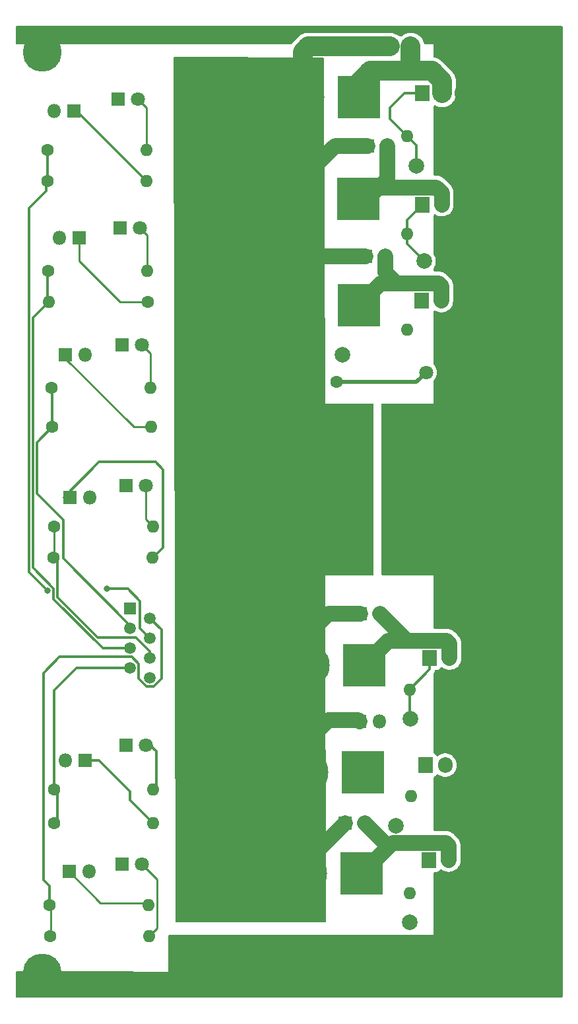
<source format=gtl>
G04 #@! TF.GenerationSoftware,KiCad,Pcbnew,(6.0.5)*
G04 #@! TF.CreationDate,2023-06-10T16:45:34-04:00*
G04 #@! TF.ProjectId,CaelusRocketPCB,4361656c-7573-4526-9f63-6b6574504342,rev?*
G04 #@! TF.SameCoordinates,Original*
G04 #@! TF.FileFunction,Copper,L1,Top*
G04 #@! TF.FilePolarity,Positive*
%FSLAX46Y46*%
G04 Gerber Fmt 4.6, Leading zero omitted, Abs format (unit mm)*
G04 Created by KiCad (PCBNEW (6.0.5)) date 2023-06-10 16:45:34*
%MOMM*%
%LPD*%
G01*
G04 APERTURE LIST*
G04 #@! TA.AperFunction,ComponentPad*
%ADD10C,1.600000*%
G04 #@! TD*
G04 #@! TA.AperFunction,ComponentPad*
%ADD11O,1.600000X1.600000*%
G04 #@! TD*
G04 #@! TA.AperFunction,ComponentPad*
%ADD12R,1.800000X1.800000*%
G04 #@! TD*
G04 #@! TA.AperFunction,ComponentPad*
%ADD13O,1.800000X1.800000*%
G04 #@! TD*
G04 #@! TA.AperFunction,ComponentPad*
%ADD14C,5.000000*%
G04 #@! TD*
G04 #@! TA.AperFunction,ComponentPad*
%ADD15R,1.905000X2.000000*%
G04 #@! TD*
G04 #@! TA.AperFunction,ComponentPad*
%ADD16O,1.905000X2.000000*%
G04 #@! TD*
G04 #@! TA.AperFunction,ComponentPad*
%ADD17C,2.000000*%
G04 #@! TD*
G04 #@! TA.AperFunction,ComponentPad*
%ADD18R,5.516000X5.516000*%
G04 #@! TD*
G04 #@! TA.AperFunction,ComponentPad*
%ADD19C,5.516000*%
G04 #@! TD*
G04 #@! TA.AperFunction,ComponentPad*
%ADD20C,1.800000*%
G04 #@! TD*
G04 #@! TA.AperFunction,ComponentPad*
%ADD21R,1.500000X1.500000*%
G04 #@! TD*
G04 #@! TA.AperFunction,ComponentPad*
%ADD22C,1.500000*%
G04 #@! TD*
G04 #@! TA.AperFunction,ViaPad*
%ADD23C,0.800000*%
G04 #@! TD*
G04 #@! TA.AperFunction,Conductor*
%ADD24C,2.000000*%
G04 #@! TD*
G04 #@! TA.AperFunction,Conductor*
%ADD25C,2.500000*%
G04 #@! TD*
G04 #@! TA.AperFunction,Conductor*
%ADD26C,0.300000*%
G04 #@! TD*
G04 #@! TA.AperFunction,Conductor*
%ADD27C,0.250000*%
G04 #@! TD*
G04 #@! TA.AperFunction,Conductor*
%ADD28C,0.500000*%
G04 #@! TD*
G04 APERTURE END LIST*
D10*
X137500000Y-140750000D03*
D11*
X150200000Y-140750000D03*
D12*
X139500000Y-137000000D03*
D13*
X142040000Y-137000000D03*
D12*
X177455244Y-106099755D03*
D13*
X179995244Y-106099755D03*
D10*
X195450978Y-103250000D03*
D11*
X182750978Y-103250000D03*
D14*
X136000000Y-80000000D03*
D15*
X185600000Y-183500000D03*
D16*
X188140000Y-183500000D03*
X190680000Y-183500000D03*
D10*
X137250000Y-128000000D03*
D11*
X149950000Y-128000000D03*
D14*
X199000000Y-198000000D03*
D17*
X183234200Y-165398200D03*
D18*
X176595244Y-112404755D03*
D19*
X169395244Y-112404755D03*
D12*
X177700978Y-92000000D03*
D13*
X180240978Y-92000000D03*
D12*
X146750000Y-135500000D03*
D20*
X149290000Y-135500000D03*
D10*
X173750000Y-122250000D03*
D11*
X161050000Y-122250000D03*
D12*
X146210000Y-184000000D03*
D20*
X148750000Y-184000000D03*
D10*
X136750000Y-108000000D03*
D11*
X149450000Y-108000000D03*
D12*
X140045000Y-87500000D03*
D13*
X137505000Y-87500000D03*
D15*
X185128079Y-171333489D03*
D16*
X187668079Y-171333489D03*
X190208079Y-171333489D03*
D10*
X195978079Y-175333489D03*
D11*
X183278079Y-175333489D03*
D12*
X146000000Y-102500000D03*
D20*
X148540000Y-102500000D03*
D18*
X176950000Y-185250000D03*
D19*
X169750000Y-185250000D03*
D12*
X176650000Y-165750000D03*
D13*
X179190000Y-165750000D03*
D10*
X137460000Y-174500000D03*
D11*
X150160000Y-174500000D03*
D10*
X137460000Y-178750000D03*
D11*
X150160000Y-178750000D03*
D12*
X139415000Y-185000000D03*
D13*
X141955000Y-185000000D03*
D10*
X136650000Y-96500000D03*
D11*
X149350000Y-96500000D03*
D10*
X137400000Y-144750000D03*
D11*
X150100000Y-144750000D03*
D12*
X187750000Y-121000000D03*
D20*
X185210000Y-121000000D03*
D10*
X195850000Y-187750000D03*
D11*
X183150000Y-187750000D03*
D10*
X136650000Y-92500000D03*
D11*
X149350000Y-92500000D03*
D10*
X149500000Y-112000000D03*
D11*
X136800000Y-112000000D03*
D15*
X184750000Y-85250000D03*
D16*
X187290000Y-85250000D03*
X189830000Y-85250000D03*
D10*
X195834200Y-161648200D03*
D11*
X183134200Y-161648200D03*
D10*
X137150000Y-123000000D03*
D11*
X149850000Y-123000000D03*
D17*
X184000000Y-94500000D03*
D14*
X199000000Y-80000000D03*
D18*
X176550978Y-98750000D03*
D19*
X169350978Y-98750000D03*
D12*
X174850000Y-178750000D03*
D13*
X177390000Y-178750000D03*
D18*
X182850000Y-134500000D03*
D19*
X175650000Y-134500000D03*
D10*
X195500000Y-90750000D03*
D11*
X182800000Y-90750000D03*
D12*
X141460000Y-170750000D03*
D13*
X138920000Y-170750000D03*
D12*
X145725000Y-86000000D03*
D20*
X148265000Y-86000000D03*
D17*
X174500000Y-118750000D03*
D12*
X146250000Y-117500000D03*
D20*
X148790000Y-117500000D03*
D10*
X195500000Y-115500000D03*
D11*
X182800000Y-115500000D03*
D21*
X147250000Y-151250000D03*
D22*
X149790000Y-152520000D03*
X147250000Y-153790000D03*
X149790000Y-155060000D03*
X147250000Y-156330000D03*
X149790000Y-157600000D03*
X147250000Y-158870000D03*
X149790000Y-160140000D03*
D12*
X146710000Y-168750000D03*
D20*
X149250000Y-168750000D03*
D15*
X184665244Y-111794755D03*
D16*
X187205244Y-111794755D03*
X189745244Y-111794755D03*
D12*
X176748200Y-151898200D03*
D13*
X179288200Y-151898200D03*
D12*
X140750000Y-103750000D03*
D13*
X138210000Y-103750000D03*
D18*
X177100000Y-172250000D03*
D19*
X169900000Y-172250000D03*
D15*
X185694200Y-157593200D03*
D16*
X188234200Y-157593200D03*
X190774200Y-157593200D03*
D17*
X181378079Y-179083489D03*
D10*
X137000000Y-193250000D03*
D11*
X149700000Y-193250000D03*
D17*
X184950978Y-106750000D03*
D14*
X136000000Y-198000000D03*
D12*
X138955000Y-118750000D03*
D13*
X141495000Y-118750000D03*
D18*
X176600000Y-85750000D03*
D19*
X169400000Y-85750000D03*
D10*
X136860000Y-189250000D03*
D11*
X149560000Y-189250000D03*
D12*
X180705000Y-79250000D03*
D13*
X183245000Y-79250000D03*
D18*
X177248200Y-158502200D03*
D19*
X170048200Y-158502200D03*
D17*
X183100000Y-191500000D03*
D15*
X184700978Y-99500000D03*
D16*
X187240978Y-99500000D03*
X189780978Y-99500000D03*
D23*
X144250000Y-148750000D03*
X136672980Y-149000000D03*
D24*
X176483489Y-165583489D02*
X176650000Y-165750000D01*
X170048200Y-158502200D02*
X170048200Y-154601799D01*
D25*
X170096110Y-79248000D02*
X180545480Y-79248000D01*
X180545480Y-79248000D02*
X180545480Y-79250000D01*
D24*
X169900000Y-168349599D02*
X172666110Y-165583489D01*
X171799843Y-106099755D02*
X177455244Y-106099755D01*
X173524978Y-92000000D02*
X169350978Y-96174000D01*
X169750000Y-185250000D02*
X169750000Y-183850000D01*
X177700978Y-92000000D02*
X173524978Y-92000000D01*
X170048200Y-154601799D02*
X172751799Y-151898200D01*
X169900000Y-172250000D02*
X169900000Y-168349599D01*
D25*
X169400000Y-85750000D02*
X169400000Y-79944110D01*
D24*
X169750000Y-183850000D02*
X174850000Y-178750000D01*
X172666110Y-165583489D02*
X176483489Y-165583489D01*
D25*
X169400000Y-79944110D02*
X170096110Y-79248000D01*
D24*
X169395244Y-108504354D02*
X171799843Y-106099755D01*
X169395244Y-112404755D02*
X169395244Y-108504354D01*
X172751799Y-151898200D02*
X176748200Y-151898200D01*
D26*
X147210000Y-175800000D02*
X147210000Y-174750000D01*
X143210000Y-170750000D02*
X141460000Y-170750000D01*
X147210000Y-174750000D02*
X143210000Y-170750000D01*
X150160000Y-178750000D02*
X147210000Y-175800000D01*
X140342000Y-158870000D02*
X137460000Y-161752000D01*
X137460000Y-161752000D02*
X137460000Y-174500000D01*
X137460000Y-174500000D02*
X137890000Y-174930000D01*
X137890000Y-178320000D02*
X137460000Y-178750000D01*
X137890000Y-174930000D02*
X137890000Y-178320000D01*
X147250000Y-158870000D02*
X140342000Y-158870000D01*
X136860000Y-189250000D02*
X136860000Y-186846000D01*
X149334567Y-161239511D02*
X150245433Y-161239511D01*
X138176000Y-157480000D02*
X147480000Y-157480000D01*
X151250000Y-153980000D02*
X149790000Y-152520000D01*
X148349511Y-158349511D02*
X148349511Y-160254455D01*
X148349511Y-160254455D02*
X149334567Y-161239511D01*
X147480000Y-157480000D02*
X148349511Y-158349511D01*
X136112000Y-186098000D02*
X136112000Y-159544000D01*
X150245433Y-161239511D02*
X151250000Y-160234944D01*
D27*
X137032000Y-189422000D02*
X136860000Y-189250000D01*
D26*
X136112000Y-159544000D02*
X138176000Y-157480000D01*
D27*
X137000000Y-193250000D02*
X137032000Y-193218000D01*
D26*
X136860000Y-186846000D02*
X136112000Y-186098000D01*
D27*
X137032000Y-193218000D02*
X137032000Y-189422000D01*
D26*
X151250000Y-160234944D02*
X151250000Y-153980000D01*
X147250000Y-156330000D02*
X143715822Y-156330000D01*
X134772481Y-145272481D02*
X134772481Y-114027519D01*
X137422480Y-148689530D02*
X134772481Y-146039531D01*
X137422480Y-150036658D02*
X137422480Y-148689530D01*
X136650000Y-108100000D02*
X136750000Y-108000000D01*
X136800000Y-112000000D02*
X136650000Y-111850000D01*
X143715822Y-156330000D02*
X137422480Y-150036658D01*
X136650000Y-111850000D02*
X136650000Y-108100000D01*
X134772481Y-146039531D02*
X134772481Y-145272481D01*
X134772481Y-114027519D02*
X136800000Y-112000000D01*
X137922000Y-145272000D02*
X137400000Y-144750000D01*
D27*
X137500000Y-144650000D02*
X137400000Y-144750000D01*
D26*
X148000000Y-155000000D02*
X149790000Y-156790000D01*
X143092249Y-155000000D02*
X148000000Y-155000000D01*
X137922000Y-149829751D02*
X137922000Y-145272000D01*
D27*
X137500000Y-140750000D02*
X137500000Y-144650000D01*
D26*
X137922000Y-149829751D02*
X143092249Y-155000000D01*
X149790000Y-156790000D02*
X149790000Y-157600000D01*
X134272962Y-146599982D02*
X134272962Y-99994692D01*
X146949022Y-148750000D02*
X144250000Y-148750000D01*
X148500000Y-153770000D02*
X148500000Y-150300978D01*
X148500000Y-150300978D02*
X146949022Y-148750000D01*
X134633827Y-99633827D02*
X136500000Y-97767654D01*
X134272962Y-99994692D02*
X134633827Y-99633827D01*
X136672980Y-149000000D02*
X134272962Y-146599982D01*
X136500000Y-96650000D02*
X136650000Y-96500000D01*
X136500000Y-97767654D02*
X136500000Y-96650000D01*
X149790000Y-155060000D02*
X148500000Y-153770000D01*
X136650000Y-96500000D02*
X136650000Y-92500000D01*
X137250000Y-123100000D02*
X137150000Y-123000000D01*
X138649511Y-139899511D02*
X138649511Y-144848533D01*
X138649511Y-144848533D02*
X147250000Y-153449022D01*
X135272000Y-136522000D02*
X135272000Y-129978000D01*
X138649511Y-139899511D02*
X135272000Y-136522000D01*
X137250000Y-128000000D02*
X137250000Y-123100000D01*
X147250000Y-153449022D02*
X147250000Y-153790000D01*
X135272000Y-129978000D02*
X137250000Y-128000000D01*
D24*
X187240978Y-98040000D02*
X187240978Y-99500000D01*
X180240978Y-92000000D02*
X180240978Y-96259022D01*
X180240978Y-96259022D02*
X177750000Y-98750000D01*
X177750000Y-98750000D02*
X176550978Y-98750000D01*
X186501467Y-97300489D02*
X187240978Y-98040000D01*
X178000489Y-97300489D02*
X186501467Y-97300489D01*
X176550978Y-98750000D02*
X178000489Y-97300489D01*
X181450733Y-109595244D02*
X186817255Y-109595244D01*
X176595244Y-112404755D02*
X179404755Y-109595244D01*
X179995244Y-108139755D02*
X181450733Y-109595244D01*
X179404755Y-109595244D02*
X186817255Y-109595244D01*
X179995244Y-106099755D02*
X179995244Y-108139755D01*
X187205244Y-109983233D02*
X187205244Y-111794755D01*
X186817255Y-109595244D02*
X187205244Y-109983233D01*
X177390000Y-178750000D02*
X179940489Y-181300489D01*
X180899511Y-181300489D02*
X187752011Y-181300489D01*
X188140000Y-181688478D02*
X188140000Y-183500000D01*
X187752011Y-181300489D02*
X188140000Y-181688478D01*
X176950000Y-185250000D02*
X180899511Y-181300489D01*
X187846211Y-155393689D02*
X188234200Y-155781678D01*
X182479200Y-155134178D02*
X182738711Y-155393689D01*
X180356711Y-155393689D02*
X182738711Y-155393689D01*
X179288200Y-151898200D02*
X182479200Y-155089200D01*
X177248200Y-158502200D02*
X180356711Y-155393689D01*
X182479200Y-155089200D02*
X182479200Y-155134178D01*
X182738711Y-155393689D02*
X187846211Y-155393689D01*
X188234200Y-155781678D02*
X188234200Y-157593200D01*
D25*
X177292000Y-83152511D02*
X176600000Y-83844511D01*
X176600000Y-85750000D02*
X176600000Y-83844511D01*
X183886000Y-82386000D02*
X183245000Y-81745000D01*
X185987522Y-82386000D02*
X187290000Y-83688478D01*
X187290000Y-83688478D02*
X187290000Y-85250000D01*
X183245000Y-81745000D02*
X183245000Y-79250000D01*
X183886000Y-82386000D02*
X185987522Y-82386000D01*
X176600000Y-83844511D02*
X178058511Y-82386000D01*
X178058511Y-82386000D02*
X183886000Y-82386000D01*
D27*
X147705000Y-128000000D02*
X149950000Y-128000000D01*
X138455000Y-118750000D02*
X147705000Y-128000000D01*
X143415000Y-189000000D02*
X139415000Y-185000000D01*
X149560000Y-189250000D02*
X149310000Y-189000000D01*
X149310000Y-189000000D02*
X143415000Y-189000000D01*
D26*
X150500000Y-132500000D02*
X143250000Y-132500000D01*
X151500000Y-133500000D02*
X150500000Y-132500000D01*
X183134200Y-165298200D02*
X183234200Y-165398200D01*
X183134200Y-161648200D02*
X183134200Y-165298200D01*
X185694200Y-159088200D02*
X183134200Y-161648200D01*
X185694200Y-157593200D02*
X185694200Y-159088200D01*
X150200000Y-144750000D02*
X151500000Y-143450000D01*
X151500000Y-143450000D02*
X151500000Y-133500000D01*
X143250000Y-132500000D02*
X138750000Y-137000000D01*
X182750978Y-103250000D02*
X182750978Y-101450000D01*
D27*
X140750000Y-106750000D02*
X146000000Y-112000000D01*
D26*
X182750978Y-101450000D02*
X184700978Y-99500000D01*
X182750978Y-104550000D02*
X184950978Y-106750000D01*
X182750978Y-103250000D02*
X182750978Y-104550000D01*
D27*
X140750000Y-103750000D02*
X140750000Y-106750000D01*
X146000000Y-112000000D02*
X149500000Y-112000000D01*
D26*
X149250000Y-168750000D02*
X149750000Y-168750000D01*
X150590000Y-169590000D02*
X150590000Y-174070000D01*
X150590000Y-174070000D02*
X150160000Y-174500000D01*
X149750000Y-168750000D02*
X150590000Y-169590000D01*
D27*
X149850000Y-118560000D02*
X149850000Y-123000000D01*
X148790000Y-117500000D02*
X149850000Y-118560000D01*
X150684511Y-185934511D02*
X150684511Y-192265489D01*
X148750000Y-184000000D02*
X150684511Y-185934511D01*
X150684511Y-192265489D02*
X149700000Y-193250000D01*
X149290000Y-139840000D02*
X150200000Y-140750000D01*
X149290000Y-135500000D02*
X149290000Y-139840000D01*
X149350000Y-92500000D02*
X149350000Y-87085000D01*
X149350000Y-87085000D02*
X148265000Y-86000000D01*
X149450000Y-108000000D02*
X149450000Y-103410000D01*
X149450000Y-103410000D02*
X148540000Y-102500000D01*
X140350000Y-87500000D02*
X140045000Y-87500000D01*
D26*
X182800000Y-90750000D02*
X184000000Y-91950000D01*
X180594000Y-88544000D02*
X180594000Y-87122000D01*
X184000000Y-91950000D02*
X184000000Y-94500000D01*
D27*
X149350000Y-96500000D02*
X140350000Y-87500000D01*
D26*
X180594000Y-87122000D02*
X182466000Y-85250000D01*
X182800000Y-90750000D02*
X180594000Y-88544000D01*
X182466000Y-85250000D02*
X184750000Y-85250000D01*
D28*
X183960000Y-122250000D02*
X173750000Y-122250000D01*
X185210000Y-121000000D02*
X183960000Y-122250000D01*
G04 #@! TA.AperFunction,Conductor*
G36*
X171984732Y-80621375D02*
G01*
X172052835Y-80641436D01*
X172099281Y-80695132D01*
X172110621Y-80746978D01*
X172250000Y-125000000D01*
X178374000Y-125000000D01*
X178442121Y-125020002D01*
X178488614Y-125073658D01*
X178500000Y-125126000D01*
X178500000Y-146874000D01*
X178479998Y-146942121D01*
X178426342Y-146988614D01*
X178374002Y-147000000D01*
X173056271Y-146999981D01*
X172291700Y-146999978D01*
X172273584Y-146999978D01*
X172273603Y-147013566D01*
X172334295Y-191372388D01*
X172314386Y-191440536D01*
X172260794Y-191487102D01*
X172208185Y-191498560D01*
X153163132Y-191482001D01*
X153095029Y-191461940D01*
X153048583Y-191408244D01*
X153037242Y-191356256D01*
X152813510Y-80731071D01*
X152833375Y-80662910D01*
X152886936Y-80616308D01*
X152939620Y-80604816D01*
X171984732Y-80621375D01*
G37*
G04 #@! TD.AperFunction*
G04 #@! TA.AperFunction,Conductor*
G36*
X202683621Y-76632502D02*
G01*
X202730114Y-76686158D01*
X202741500Y-76738500D01*
X202741500Y-201015500D01*
X202721498Y-201083621D01*
X202667842Y-201130114D01*
X202615500Y-201141500D01*
X186336000Y-201141500D01*
X186267879Y-201121498D01*
X186221386Y-201067842D01*
X186210000Y-201015500D01*
X186210000Y-185134500D01*
X186230002Y-185066379D01*
X186283658Y-185019886D01*
X186336000Y-185008500D01*
X186600634Y-185008500D01*
X186662816Y-185001745D01*
X186799205Y-184950615D01*
X186915761Y-184863261D01*
X187003115Y-184746705D01*
X187006728Y-184737067D01*
X187007512Y-184736024D01*
X187010577Y-184730425D01*
X187011385Y-184730867D01*
X187049368Y-184680302D01*
X187115929Y-184655600D01*
X187185278Y-184670806D01*
X187204687Y-184683929D01*
X187269379Y-184737067D01*
X187276278Y-184742734D01*
X187280646Y-184745276D01*
X187471027Y-184856081D01*
X187486078Y-184864841D01*
X187490801Y-184866654D01*
X187707972Y-184950018D01*
X187707979Y-184950020D01*
X187712702Y-184951833D01*
X187743418Y-184958250D01*
X187759708Y-184962813D01*
X187765515Y-184964870D01*
X187828780Y-184976140D01*
X187832432Y-184976846D01*
X187950320Y-185001474D01*
X187955371Y-185001703D01*
X187955376Y-185001704D01*
X187964110Y-185002100D01*
X187969840Y-185002360D01*
X187986209Y-185004182D01*
X188002037Y-185007001D01*
X188030560Y-185007350D01*
X188095726Y-185008146D01*
X188099901Y-185008267D01*
X188187762Y-185012257D01*
X188187769Y-185012257D01*
X188192817Y-185012486D01*
X188209491Y-185010557D01*
X188225507Y-185009731D01*
X188232214Y-185009813D01*
X188237094Y-185009873D01*
X188237096Y-185009873D01*
X188242263Y-185009936D01*
X188324962Y-184997282D01*
X188329517Y-184996669D01*
X188433956Y-184984585D01*
X188457095Y-184978037D01*
X188472331Y-184974730D01*
X188479744Y-184973596D01*
X188522202Y-184959719D01*
X188526993Y-184958258D01*
X188667532Y-184918490D01*
X188672108Y-184916356D01*
X188672114Y-184916354D01*
X188882954Y-184818038D01*
X188882958Y-184818036D01*
X188887536Y-184815901D01*
X189088307Y-184679456D01*
X189264681Y-184512668D01*
X189267760Y-184508641D01*
X189409047Y-184323846D01*
X189409050Y-184323842D01*
X189412120Y-184319826D01*
X189526831Y-184105891D01*
X189605862Y-183876369D01*
X189647179Y-183637164D01*
X189648500Y-183608075D01*
X189648500Y-181712480D01*
X189648549Y-181708961D01*
X189651193Y-181614328D01*
X189651193Y-181614325D01*
X189651334Y-181609273D01*
X189640941Y-181531380D01*
X189640241Y-181524831D01*
X189634346Y-181451555D01*
X189634345Y-181451551D01*
X189633940Y-181446513D01*
X189626101Y-181414600D01*
X189623573Y-181401216D01*
X189619898Y-181373672D01*
X189619229Y-181368658D01*
X189596522Y-181293449D01*
X189594781Y-181287086D01*
X189577244Y-181215687D01*
X189576037Y-181210772D01*
X189563199Y-181180526D01*
X189558561Y-181167715D01*
X189550530Y-181141116D01*
X189549067Y-181136270D01*
X189546849Y-181131722D01*
X189546846Y-181131715D01*
X189514629Y-181065660D01*
X189511893Y-181059658D01*
X189483162Y-180991973D01*
X189481188Y-180987322D01*
X189463681Y-180959522D01*
X189457052Y-180947612D01*
X189442654Y-180918090D01*
X189397357Y-180853878D01*
X189393699Y-180848392D01*
X189354529Y-180786192D01*
X189354528Y-180786191D01*
X189351833Y-180781911D01*
X189348492Y-180778122D01*
X189348488Y-180778116D01*
X189330102Y-180757261D01*
X189321656Y-180746566D01*
X189305009Y-180722968D01*
X189302726Y-180719731D01*
X189283091Y-180698228D01*
X189243375Y-180658512D01*
X189237956Y-180652742D01*
X189194650Y-180603620D01*
X189194647Y-180603617D01*
X189191302Y-180599823D01*
X189159011Y-180573299D01*
X189149892Y-180565029D01*
X188835686Y-180250823D01*
X188833232Y-180248301D01*
X188768149Y-180179477D01*
X188768146Y-180179475D01*
X188764679Y-180175808D01*
X188702250Y-180128078D01*
X188697119Y-180123937D01*
X188641144Y-180076298D01*
X188641143Y-180076297D01*
X188637291Y-180073019D01*
X188632966Y-180070400D01*
X188632961Y-180070396D01*
X188609187Y-180055998D01*
X188597940Y-180048326D01*
X188571837Y-180028369D01*
X188502603Y-179991246D01*
X188496879Y-179987982D01*
X188433977Y-179949887D01*
X188429653Y-179947268D01*
X188399192Y-179934961D01*
X188386852Y-179929181D01*
X188362361Y-179916049D01*
X188362362Y-179916049D01*
X188357902Y-179913658D01*
X188353121Y-179912012D01*
X188353117Y-179912010D01*
X188283610Y-179888077D01*
X188277432Y-179885767D01*
X188209277Y-179858231D01*
X188209278Y-179858231D01*
X188204582Y-179856334D01*
X188172550Y-179849057D01*
X188159452Y-179845326D01*
X188128380Y-179834627D01*
X188050911Y-179821246D01*
X188044507Y-179819966D01*
X187967867Y-179802554D01*
X187935058Y-179800490D01*
X187921558Y-179798904D01*
X187889175Y-179793310D01*
X187885218Y-179793130D01*
X187885215Y-179793130D01*
X187861505Y-179792053D01*
X187861486Y-179792053D01*
X187860086Y-179791989D01*
X187803903Y-179791989D01*
X187795991Y-179791740D01*
X187790397Y-179791388D01*
X187725598Y-179787311D01*
X187686556Y-179791139D01*
X187684019Y-179791388D01*
X187671723Y-179791989D01*
X186336000Y-179791989D01*
X186267879Y-179771987D01*
X186221386Y-179718331D01*
X186210000Y-179665989D01*
X186210000Y-172915400D01*
X186230002Y-172847279D01*
X186283658Y-172800786D01*
X186291769Y-172797418D01*
X186293863Y-172796633D01*
X186327284Y-172784104D01*
X186443840Y-172696750D01*
X186531194Y-172580194D01*
X186538652Y-172560300D01*
X186581292Y-172503536D01*
X186647853Y-172478835D01*
X186717202Y-172494042D01*
X186734726Y-172505647D01*
X186852749Y-172598856D01*
X186852754Y-172598859D01*
X186856803Y-172602057D01*
X186861319Y-172604550D01*
X186861322Y-172604552D01*
X187062605Y-172715666D01*
X187062609Y-172715668D01*
X187067129Y-172718163D01*
X187071998Y-172719887D01*
X187072002Y-172719889D01*
X187288719Y-172796633D01*
X187288723Y-172796634D01*
X187293594Y-172798359D01*
X187298687Y-172799266D01*
X187298690Y-172799267D01*
X187525027Y-172839584D01*
X187525033Y-172839585D01*
X187530116Y-172840490D01*
X187617479Y-172841557D01*
X187765172Y-172843362D01*
X187765174Y-172843362D01*
X187770342Y-172843425D01*
X188007823Y-172807085D01*
X188120076Y-172770395D01*
X188231262Y-172734055D01*
X188231268Y-172734052D01*
X188236180Y-172732447D01*
X188240766Y-172730060D01*
X188240770Y-172730058D01*
X188444686Y-172623905D01*
X188449279Y-172621514D01*
X188641399Y-172477266D01*
X188807380Y-172303577D01*
X188942765Y-172105111D01*
X189043916Y-171887199D01*
X189108119Y-171655691D01*
X189129079Y-171459561D01*
X189129079Y-171225087D01*
X189114401Y-171046552D01*
X189055873Y-170813545D01*
X188960076Y-170593226D01*
X188829581Y-170391512D01*
X188667893Y-170213819D01*
X188591062Y-170153142D01*
X188483409Y-170068122D01*
X188483404Y-170068119D01*
X188479355Y-170064921D01*
X188474839Y-170062428D01*
X188474836Y-170062426D01*
X188273553Y-169951312D01*
X188273549Y-169951310D01*
X188269029Y-169948815D01*
X188264160Y-169947091D01*
X188264156Y-169947089D01*
X188047439Y-169870345D01*
X188047435Y-169870344D01*
X188042564Y-169868619D01*
X188037471Y-169867712D01*
X188037468Y-169867711D01*
X187811131Y-169827394D01*
X187811125Y-169827393D01*
X187806042Y-169826488D01*
X187718679Y-169825421D01*
X187570986Y-169823616D01*
X187570984Y-169823616D01*
X187565816Y-169823553D01*
X187328335Y-169859893D01*
X187216082Y-169896583D01*
X187104896Y-169932923D01*
X187104890Y-169932926D01*
X187099978Y-169934531D01*
X187095392Y-169936918D01*
X187095388Y-169936920D01*
X186891472Y-170043073D01*
X186886879Y-170045464D01*
X186731796Y-170161904D01*
X186665314Y-170186809D01*
X186595918Y-170171817D01*
X186545644Y-170121687D01*
X186538164Y-170105374D01*
X186534348Y-170095196D01*
X186534346Y-170095193D01*
X186531194Y-170086784D01*
X186443840Y-169970228D01*
X186327284Y-169882874D01*
X186291769Y-169869560D01*
X186235005Y-169826918D01*
X186210306Y-169760356D01*
X186210000Y-169751578D01*
X186210000Y-159546723D01*
X186232062Y-159478821D01*
X186231173Y-159478332D01*
X186233736Y-159473671D01*
X186233738Y-159473666D01*
X186234994Y-159471381D01*
X186241503Y-159459542D01*
X186252357Y-159443018D01*
X186260645Y-159432332D01*
X186265504Y-159426068D01*
X186268652Y-159418794D01*
X186283854Y-159383665D01*
X186289076Y-159373005D01*
X186307505Y-159339484D01*
X186307506Y-159339482D01*
X186311324Y-159332537D01*
X186316659Y-159311759D01*
X186323058Y-159293069D01*
X186331580Y-159273376D01*
X186338806Y-159227752D01*
X186341213Y-159216130D01*
X186346287Y-159196367D01*
X186382601Y-159135360D01*
X186446133Y-159103670D01*
X186468329Y-159101700D01*
X186694834Y-159101700D01*
X186757016Y-159094945D01*
X186893405Y-159043815D01*
X187009961Y-158956461D01*
X187097315Y-158839905D01*
X187100928Y-158830267D01*
X187101712Y-158829224D01*
X187104777Y-158823625D01*
X187105585Y-158824067D01*
X187143568Y-158773502D01*
X187210129Y-158748800D01*
X187279478Y-158764006D01*
X187298887Y-158777129D01*
X187363579Y-158830267D01*
X187370478Y-158835934D01*
X187374846Y-158838476D01*
X187565227Y-158949281D01*
X187580278Y-158958041D01*
X187585001Y-158959854D01*
X187802172Y-159043218D01*
X187802179Y-159043220D01*
X187806902Y-159045033D01*
X187837618Y-159051450D01*
X187853908Y-159056013D01*
X187859715Y-159058070D01*
X187922980Y-159069340D01*
X187926632Y-159070046D01*
X188044520Y-159094674D01*
X188049571Y-159094903D01*
X188049576Y-159094904D01*
X188058310Y-159095300D01*
X188064040Y-159095560D01*
X188080409Y-159097382D01*
X188096237Y-159100201D01*
X188124760Y-159100550D01*
X188189926Y-159101346D01*
X188194101Y-159101467D01*
X188281962Y-159105457D01*
X188281969Y-159105457D01*
X188287017Y-159105686D01*
X188303691Y-159103757D01*
X188319707Y-159102931D01*
X188326414Y-159103013D01*
X188331294Y-159103073D01*
X188331296Y-159103073D01*
X188336463Y-159103136D01*
X188419162Y-159090482D01*
X188423717Y-159089869D01*
X188528156Y-159077785D01*
X188551295Y-159071237D01*
X188566531Y-159067930D01*
X188573944Y-159066796D01*
X188616402Y-159052919D01*
X188621193Y-159051458D01*
X188761732Y-159011690D01*
X188766308Y-159009556D01*
X188766314Y-159009554D01*
X188977154Y-158911238D01*
X188977158Y-158911236D01*
X188981736Y-158909101D01*
X189182507Y-158772656D01*
X189358881Y-158605868D01*
X189361960Y-158601841D01*
X189503247Y-158417046D01*
X189503250Y-158417042D01*
X189506320Y-158413026D01*
X189621031Y-158199091D01*
X189700062Y-157969569D01*
X189741379Y-157730364D01*
X189742700Y-157701275D01*
X189742700Y-155805680D01*
X189742749Y-155802161D01*
X189745393Y-155707528D01*
X189745393Y-155707525D01*
X189745534Y-155702473D01*
X189735141Y-155624580D01*
X189734441Y-155618031D01*
X189728546Y-155544755D01*
X189728545Y-155544751D01*
X189728140Y-155539713D01*
X189720301Y-155507800D01*
X189717773Y-155494416D01*
X189714098Y-155466872D01*
X189713429Y-155461858D01*
X189690722Y-155386649D01*
X189688981Y-155380286D01*
X189671444Y-155308887D01*
X189670237Y-155303972D01*
X189657399Y-155273726D01*
X189652761Y-155260915D01*
X189643267Y-155229470D01*
X189641049Y-155224922D01*
X189641046Y-155224915D01*
X189608829Y-155158860D01*
X189606093Y-155152858D01*
X189577362Y-155085173D01*
X189575388Y-155080522D01*
X189557881Y-155052722D01*
X189551252Y-155040812D01*
X189536854Y-155011290D01*
X189491557Y-154947078D01*
X189487899Y-154941592D01*
X189448729Y-154879392D01*
X189448728Y-154879391D01*
X189446033Y-154875111D01*
X189442692Y-154871322D01*
X189442688Y-154871316D01*
X189424302Y-154850461D01*
X189415856Y-154839766D01*
X189399209Y-154816168D01*
X189396926Y-154812931D01*
X189377291Y-154791428D01*
X189337575Y-154751712D01*
X189332156Y-154745942D01*
X189288850Y-154696820D01*
X189288847Y-154696817D01*
X189285502Y-154693023D01*
X189253211Y-154666499D01*
X189244092Y-154658229D01*
X188929886Y-154344023D01*
X188927432Y-154341501D01*
X188862349Y-154272677D01*
X188862346Y-154272675D01*
X188858879Y-154269008D01*
X188796450Y-154221278D01*
X188791319Y-154217137D01*
X188735344Y-154169498D01*
X188735343Y-154169497D01*
X188731491Y-154166219D01*
X188727166Y-154163600D01*
X188727161Y-154163596D01*
X188703387Y-154149198D01*
X188692140Y-154141526D01*
X188666037Y-154121569D01*
X188596803Y-154084446D01*
X188591079Y-154081182D01*
X188528177Y-154043087D01*
X188523853Y-154040468D01*
X188493392Y-154028161D01*
X188481052Y-154022381D01*
X188456561Y-154009249D01*
X188456562Y-154009249D01*
X188452102Y-154006858D01*
X188447321Y-154005212D01*
X188447317Y-154005210D01*
X188377810Y-153981277D01*
X188371632Y-153978967D01*
X188303477Y-153951431D01*
X188303478Y-153951431D01*
X188298782Y-153949534D01*
X188266750Y-153942257D01*
X188253652Y-153938526D01*
X188222580Y-153927827D01*
X188145111Y-153914446D01*
X188138707Y-153913166D01*
X188062067Y-153895754D01*
X188029258Y-153893690D01*
X188015758Y-153892104D01*
X187983375Y-153886510D01*
X187979418Y-153886330D01*
X187979415Y-153886330D01*
X187955705Y-153885253D01*
X187955686Y-153885253D01*
X187954286Y-153885189D01*
X187898103Y-153885189D01*
X187890191Y-153884940D01*
X187884597Y-153884588D01*
X187819798Y-153880511D01*
X187780756Y-153884339D01*
X187778219Y-153884588D01*
X187765923Y-153885189D01*
X186336000Y-153885189D01*
X186267879Y-153865187D01*
X186221386Y-153811531D01*
X186210000Y-153759189D01*
X186210000Y-147000000D01*
X179626000Y-147000000D01*
X179557879Y-146979998D01*
X179511386Y-146926342D01*
X179500000Y-146874000D01*
X179500000Y-125126000D01*
X179520002Y-125057879D01*
X179573658Y-125011386D01*
X179626000Y-125000000D01*
X186210000Y-125000000D01*
X186210000Y-122044362D01*
X186230002Y-121976241D01*
X186247060Y-121955111D01*
X186282642Y-121919653D01*
X186286303Y-121916005D01*
X186421458Y-121727917D01*
X186452977Y-121664144D01*
X186521784Y-121524922D01*
X186521785Y-121524920D01*
X186524078Y-121520280D01*
X186591408Y-121298671D01*
X186621640Y-121069041D01*
X186623327Y-121000000D01*
X186617032Y-120923434D01*
X186604773Y-120774318D01*
X186604772Y-120774312D01*
X186604349Y-120769167D01*
X186547925Y-120544533D01*
X186455570Y-120332131D01*
X186329764Y-120137665D01*
X186326290Y-120133847D01*
X186326283Y-120133838D01*
X186242806Y-120042098D01*
X186211754Y-119978252D01*
X186210000Y-119957299D01*
X186210000Y-113180063D01*
X186230002Y-113111942D01*
X186283658Y-113065449D01*
X186353932Y-113055345D01*
X186399381Y-113071164D01*
X186470907Y-113112793D01*
X186551322Y-113159596D01*
X186556045Y-113161409D01*
X186773216Y-113244773D01*
X186773223Y-113244775D01*
X186777946Y-113246588D01*
X186808662Y-113253005D01*
X186824952Y-113257568D01*
X186830759Y-113259625D01*
X186894024Y-113270895D01*
X186897676Y-113271601D01*
X187015564Y-113296229D01*
X187020615Y-113296458D01*
X187020620Y-113296459D01*
X187029354Y-113296855D01*
X187035084Y-113297115D01*
X187051453Y-113298937D01*
X187067281Y-113301756D01*
X187095804Y-113302105D01*
X187160970Y-113302901D01*
X187165145Y-113303022D01*
X187253006Y-113307012D01*
X187253013Y-113307012D01*
X187258061Y-113307241D01*
X187274735Y-113305312D01*
X187290751Y-113304486D01*
X187297458Y-113304568D01*
X187302338Y-113304628D01*
X187302340Y-113304628D01*
X187307507Y-113304691D01*
X187390206Y-113292037D01*
X187394761Y-113291424D01*
X187499200Y-113279340D01*
X187522339Y-113272792D01*
X187537575Y-113269485D01*
X187544988Y-113268351D01*
X187587446Y-113254474D01*
X187592237Y-113253013D01*
X187732776Y-113213245D01*
X187737352Y-113211111D01*
X187737358Y-113211109D01*
X187948198Y-113112793D01*
X187948202Y-113112791D01*
X187952780Y-113110656D01*
X188153551Y-112974211D01*
X188329925Y-112807423D01*
X188333004Y-112803396D01*
X188474291Y-112618601D01*
X188474294Y-112618597D01*
X188477364Y-112614581D01*
X188592075Y-112400646D01*
X188671106Y-112171124D01*
X188712423Y-111931919D01*
X188713744Y-111902830D01*
X188713744Y-110007235D01*
X188713793Y-110003716D01*
X188716437Y-109909083D01*
X188716437Y-109909080D01*
X188716578Y-109904028D01*
X188706185Y-109826135D01*
X188705485Y-109819586D01*
X188699590Y-109746310D01*
X188699589Y-109746306D01*
X188699184Y-109741268D01*
X188691345Y-109709355D01*
X188688817Y-109695971D01*
X188685142Y-109668427D01*
X188684473Y-109663413D01*
X188661766Y-109588204D01*
X188660025Y-109581841D01*
X188641281Y-109505527D01*
X188628443Y-109475281D01*
X188623805Y-109462470D01*
X188615774Y-109435871D01*
X188614311Y-109431025D01*
X188612093Y-109426477D01*
X188612090Y-109426470D01*
X188579873Y-109360415D01*
X188577137Y-109354413D01*
X188548406Y-109286728D01*
X188546432Y-109282077D01*
X188528925Y-109254277D01*
X188522296Y-109242367D01*
X188507898Y-109212845D01*
X188462601Y-109148633D01*
X188458943Y-109143147D01*
X188419773Y-109080947D01*
X188419772Y-109080946D01*
X188417077Y-109076666D01*
X188413736Y-109072877D01*
X188413732Y-109072871D01*
X188395346Y-109052016D01*
X188386900Y-109041321D01*
X188370253Y-109017723D01*
X188367970Y-109014486D01*
X188348335Y-108992983D01*
X188308619Y-108953267D01*
X188303200Y-108947497D01*
X188259894Y-108898375D01*
X188259891Y-108898372D01*
X188256546Y-108894578D01*
X188224255Y-108868054D01*
X188215136Y-108859784D01*
X187900930Y-108545578D01*
X187898476Y-108543056D01*
X187833393Y-108474232D01*
X187833390Y-108474230D01*
X187829923Y-108470563D01*
X187767494Y-108422833D01*
X187762363Y-108418692D01*
X187706388Y-108371053D01*
X187706387Y-108371052D01*
X187702535Y-108367774D01*
X187698210Y-108365155D01*
X187698205Y-108365151D01*
X187674431Y-108350753D01*
X187663184Y-108343081D01*
X187637081Y-108323124D01*
X187567847Y-108286001D01*
X187562123Y-108282737D01*
X187499221Y-108244642D01*
X187494897Y-108242023D01*
X187464436Y-108229716D01*
X187452096Y-108223936D01*
X187427605Y-108210804D01*
X187427606Y-108210804D01*
X187423146Y-108208413D01*
X187418365Y-108206767D01*
X187418361Y-108206765D01*
X187348854Y-108182832D01*
X187342676Y-108180522D01*
X187274521Y-108152986D01*
X187274522Y-108152986D01*
X187269826Y-108151089D01*
X187237794Y-108143812D01*
X187224696Y-108140081D01*
X187193624Y-108129382D01*
X187116155Y-108116001D01*
X187109751Y-108114721D01*
X187033111Y-108097309D01*
X187000302Y-108095245D01*
X186986802Y-108093659D01*
X186954419Y-108088065D01*
X186950462Y-108087885D01*
X186950459Y-108087885D01*
X186926749Y-108086808D01*
X186926730Y-108086808D01*
X186925330Y-108086744D01*
X186869147Y-108086744D01*
X186861235Y-108086495D01*
X186855641Y-108086143D01*
X186790842Y-108082066D01*
X186751800Y-108085894D01*
X186749263Y-108086143D01*
X186736967Y-108086744D01*
X186336000Y-108086744D01*
X186267879Y-108066742D01*
X186221386Y-108013086D01*
X186210000Y-107960744D01*
X186210000Y-107618090D01*
X186228567Y-107552255D01*
X186296632Y-107441183D01*
X186299218Y-107436963D01*
X186390083Y-107217594D01*
X186445513Y-106986711D01*
X186464143Y-106750000D01*
X186445513Y-106513289D01*
X186390083Y-106282406D01*
X186299218Y-106063037D01*
X186255490Y-105991680D01*
X186228567Y-105947745D01*
X186210000Y-105881910D01*
X186210000Y-100864510D01*
X186230002Y-100796389D01*
X186283658Y-100749896D01*
X186353932Y-100739792D01*
X186399381Y-100755612D01*
X186582678Y-100862294D01*
X186582688Y-100862299D01*
X186587056Y-100864841D01*
X186591779Y-100866654D01*
X186808950Y-100950018D01*
X186808957Y-100950020D01*
X186813680Y-100951833D01*
X186844396Y-100958250D01*
X186860686Y-100962813D01*
X186866493Y-100964870D01*
X186929758Y-100976140D01*
X186933410Y-100976846D01*
X187051298Y-101001474D01*
X187056349Y-101001703D01*
X187056354Y-101001704D01*
X187065088Y-101002100D01*
X187070818Y-101002360D01*
X187087187Y-101004182D01*
X187103015Y-101007001D01*
X187131538Y-101007350D01*
X187196704Y-101008146D01*
X187200879Y-101008267D01*
X187288740Y-101012257D01*
X187288747Y-101012257D01*
X187293795Y-101012486D01*
X187310469Y-101010557D01*
X187326485Y-101009731D01*
X187333192Y-101009813D01*
X187338072Y-101009873D01*
X187338074Y-101009873D01*
X187343241Y-101009936D01*
X187425940Y-100997282D01*
X187430495Y-100996669D01*
X187534934Y-100984585D01*
X187558073Y-100978037D01*
X187573309Y-100974730D01*
X187580722Y-100973596D01*
X187623180Y-100959719D01*
X187627971Y-100958258D01*
X187768510Y-100918490D01*
X187773086Y-100916356D01*
X187773092Y-100916354D01*
X187983932Y-100818038D01*
X187983936Y-100818036D01*
X187988514Y-100815901D01*
X188189285Y-100679456D01*
X188365659Y-100512668D01*
X188368738Y-100508641D01*
X188510025Y-100323846D01*
X188510028Y-100323842D01*
X188513098Y-100319826D01*
X188627809Y-100105891D01*
X188706840Y-99876369D01*
X188748157Y-99637164D01*
X188749478Y-99608075D01*
X188749478Y-98064002D01*
X188749527Y-98060483D01*
X188752171Y-97965850D01*
X188752171Y-97965847D01*
X188752312Y-97960795D01*
X188741919Y-97882902D01*
X188741219Y-97876353D01*
X188735324Y-97803077D01*
X188735323Y-97803073D01*
X188734918Y-97798035D01*
X188727079Y-97766122D01*
X188724551Y-97752738D01*
X188720876Y-97725194D01*
X188720207Y-97720180D01*
X188697500Y-97644971D01*
X188695759Y-97638608D01*
X188678222Y-97567209D01*
X188677015Y-97562294D01*
X188664177Y-97532048D01*
X188659539Y-97519237D01*
X188651508Y-97492638D01*
X188650045Y-97487792D01*
X188647827Y-97483244D01*
X188647824Y-97483237D01*
X188615607Y-97417182D01*
X188612871Y-97411180D01*
X188584140Y-97343495D01*
X188582166Y-97338844D01*
X188564659Y-97311044D01*
X188558030Y-97299134D01*
X188543632Y-97269612D01*
X188498335Y-97205400D01*
X188494677Y-97199914D01*
X188455507Y-97137714D01*
X188455506Y-97137713D01*
X188452811Y-97133433D01*
X188449470Y-97129644D01*
X188449466Y-97129638D01*
X188431080Y-97108783D01*
X188422634Y-97098088D01*
X188405987Y-97074490D01*
X188403704Y-97071253D01*
X188384069Y-97049750D01*
X188344353Y-97010034D01*
X188338934Y-97004264D01*
X188295628Y-96955142D01*
X188295625Y-96955139D01*
X188292280Y-96951345D01*
X188259989Y-96924821D01*
X188250870Y-96916551D01*
X187585142Y-96250823D01*
X187582688Y-96248301D01*
X187517605Y-96179477D01*
X187517602Y-96179475D01*
X187514135Y-96175808D01*
X187451706Y-96128078D01*
X187446575Y-96123937D01*
X187390600Y-96076298D01*
X187390599Y-96076297D01*
X187386747Y-96073019D01*
X187382422Y-96070400D01*
X187382417Y-96070396D01*
X187358643Y-96055998D01*
X187347396Y-96048326D01*
X187321293Y-96028369D01*
X187252059Y-95991246D01*
X187246335Y-95987982D01*
X187183433Y-95949887D01*
X187179109Y-95947268D01*
X187148648Y-95934961D01*
X187136308Y-95929181D01*
X187111817Y-95916049D01*
X187111818Y-95916049D01*
X187107358Y-95913658D01*
X187102577Y-95912012D01*
X187102573Y-95912010D01*
X187033066Y-95888077D01*
X187026888Y-95885767D01*
X186958733Y-95858231D01*
X186958734Y-95858231D01*
X186954038Y-95856334D01*
X186922006Y-95849057D01*
X186908908Y-95845326D01*
X186877836Y-95834627D01*
X186800367Y-95821246D01*
X186793963Y-95819966D01*
X186717323Y-95802554D01*
X186684514Y-95800490D01*
X186671014Y-95798904D01*
X186638631Y-95793310D01*
X186634674Y-95793130D01*
X186634671Y-95793130D01*
X186610961Y-95792053D01*
X186610942Y-95792053D01*
X186609542Y-95791989D01*
X186553359Y-95791989D01*
X186545447Y-95791740D01*
X186539853Y-95791388D01*
X186475054Y-95787311D01*
X186436012Y-95791139D01*
X186433475Y-95791388D01*
X186421179Y-95791989D01*
X186336000Y-95791989D01*
X186267879Y-95771987D01*
X186221386Y-95718331D01*
X186210000Y-95665989D01*
X186210000Y-86880508D01*
X186230002Y-86812387D01*
X186283658Y-86765894D01*
X186353932Y-86755790D01*
X186394664Y-86770087D01*
X186394991Y-86769424D01*
X186625219Y-86882960D01*
X186625222Y-86882961D01*
X186629407Y-86885025D01*
X186633850Y-86886447D01*
X186633852Y-86886448D01*
X186701297Y-86908037D01*
X186878335Y-86964707D01*
X187136307Y-87006721D01*
X187250058Y-87008210D01*
X187392978Y-87010081D01*
X187392981Y-87010081D01*
X187397655Y-87010142D01*
X187656638Y-86974896D01*
X187907567Y-86901757D01*
X187943862Y-86885025D01*
X187962112Y-86876611D01*
X188144928Y-86792332D01*
X188200664Y-86755790D01*
X188359596Y-86651590D01*
X188359601Y-86651586D01*
X188363509Y-86649024D01*
X188558506Y-86474982D01*
X188725637Y-86274030D01*
X188861229Y-86050581D01*
X188962303Y-85809545D01*
X189026641Y-85556217D01*
X189048500Y-85339133D01*
X189048500Y-83743375D01*
X189048703Y-83736232D01*
X189052897Y-83662378D01*
X189052897Y-83662371D01*
X189053162Y-83657702D01*
X189042712Y-83543975D01*
X189042530Y-83541797D01*
X189034407Y-83432485D01*
X189034061Y-83427826D01*
X189032483Y-83420854D01*
X189029903Y-83404567D01*
X189029247Y-83397428D01*
X189002086Y-83286427D01*
X189001582Y-83284288D01*
X188977407Y-83177455D01*
X188976377Y-83172901D01*
X188974686Y-83168552D01*
X188974683Y-83168543D01*
X188973782Y-83166227D01*
X188968828Y-83150514D01*
X188968238Y-83148103D01*
X188968236Y-83148098D01*
X188967123Y-83143548D01*
X188965348Y-83139209D01*
X188923859Y-83037795D01*
X188923044Y-83035753D01*
X188883342Y-82933659D01*
X188883341Y-82933656D01*
X188881647Y-82929301D01*
X188878090Y-82923077D01*
X188870869Y-82908272D01*
X188868155Y-82901639D01*
X188809712Y-82803403D01*
X188808648Y-82801579D01*
X188754273Y-82706442D01*
X188754271Y-82706438D01*
X188751951Y-82702380D01*
X188747518Y-82696756D01*
X188738191Y-82683187D01*
X188734519Y-82677015D01*
X188731572Y-82673407D01*
X188731567Y-82673401D01*
X188662210Y-82588513D01*
X188660834Y-82586798D01*
X188593030Y-82500789D01*
X188593027Y-82500786D01*
X188590138Y-82497121D01*
X188513948Y-82425449D01*
X188511186Y-82422769D01*
X187269795Y-81181378D01*
X187264887Y-81176184D01*
X187215621Y-81120986D01*
X187215619Y-81120984D01*
X187212504Y-81117494D01*
X187124656Y-81044432D01*
X187123005Y-81043034D01*
X187089859Y-81014473D01*
X187036451Y-80968454D01*
X187030396Y-80964634D01*
X187017067Y-80954949D01*
X187015147Y-80953352D01*
X187015139Y-80953346D01*
X187011552Y-80950363D01*
X186962015Y-80920303D01*
X186913843Y-80891071D01*
X186911974Y-80889914D01*
X186865413Y-80860537D01*
X186815403Y-80828983D01*
X186808849Y-80826099D01*
X186794232Y-80818490D01*
X186788103Y-80814771D01*
X186682774Y-80770603D01*
X186680753Y-80769735D01*
X186662622Y-80761757D01*
X186576167Y-80723716D01*
X186571660Y-80722487D01*
X186571651Y-80722484D01*
X186569251Y-80721830D01*
X186553674Y-80716467D01*
X186547067Y-80713697D01*
X186542539Y-80712547D01*
X186542536Y-80712546D01*
X186436349Y-80685578D01*
X186434223Y-80685018D01*
X186429158Y-80683637D01*
X186324001Y-80654968D01*
X186319358Y-80654419D01*
X186314766Y-80653526D01*
X186315059Y-80652017D01*
X186255901Y-80626772D01*
X186216032Y-80568027D01*
X186210000Y-80529509D01*
X186210000Y-76612500D01*
X202615500Y-76612500D01*
X202683621Y-76632502D01*
G37*
G04 #@! TD.AperFunction*
G04 #@! TA.AperFunction,Conductor*
G36*
X202683621Y-76632502D02*
G01*
X202730114Y-76686158D01*
X202741500Y-76738500D01*
X202741500Y-78970000D01*
X185085357Y-78970000D01*
X185017236Y-78949998D01*
X184970743Y-78896342D01*
X184962464Y-78871808D01*
X184932408Y-78738980D01*
X184931377Y-78734423D01*
X184836647Y-78490823D01*
X184706951Y-78263902D01*
X184545138Y-78058643D01*
X184354763Y-77879557D01*
X184140009Y-77730576D01*
X184135816Y-77728508D01*
X183909781Y-77617040D01*
X183909778Y-77617039D01*
X183905593Y-77614975D01*
X183859449Y-77600204D01*
X183661123Y-77536720D01*
X183656665Y-77535293D01*
X183398693Y-77493279D01*
X183284942Y-77491790D01*
X183142022Y-77489919D01*
X183142019Y-77489919D01*
X183137345Y-77489858D01*
X182878362Y-77525104D01*
X182873876Y-77526412D01*
X182873874Y-77526412D01*
X182845988Y-77534540D01*
X182627433Y-77598243D01*
X182623180Y-77600203D01*
X182623179Y-77600204D01*
X182590995Y-77615041D01*
X182390072Y-77707668D01*
X182354120Y-77731239D01*
X182175404Y-77848410D01*
X182175399Y-77848414D01*
X182171491Y-77850976D01*
X182167999Y-77854093D01*
X182072989Y-77938892D01*
X182008848Y-77969330D01*
X181938433Y-77960258D01*
X181913523Y-77945715D01*
X181903474Y-77938184D01*
X181851705Y-77899385D01*
X181715316Y-77848255D01*
X181653134Y-77841500D01*
X181649718Y-77841500D01*
X181646320Y-77841316D01*
X181646369Y-77840407D01*
X181581972Y-77821498D01*
X181577060Y-77817866D01*
X181576914Y-77818070D01*
X181573107Y-77815355D01*
X181569510Y-77812363D01*
X181507006Y-77774435D01*
X181500551Y-77770243D01*
X181447213Y-77733241D01*
X181440489Y-77728576D01*
X181397070Y-77707164D01*
X181387438Y-77701879D01*
X181350051Y-77679192D01*
X181350049Y-77679191D01*
X181346061Y-77676771D01*
X181341758Y-77674967D01*
X181341749Y-77674962D01*
X181278642Y-77648499D01*
X181271639Y-77645308D01*
X181210264Y-77615041D01*
X181210255Y-77615037D01*
X181206073Y-77612975D01*
X181159971Y-77598218D01*
X181149659Y-77594413D01*
X181109345Y-77577508D01*
X181109339Y-77577506D01*
X181105025Y-77575697D01*
X181034168Y-77557701D01*
X181026776Y-77555582D01*
X180961603Y-77534720D01*
X180957145Y-77533293D01*
X180952526Y-77532541D01*
X180952523Y-77532540D01*
X180909382Y-77525514D01*
X180898622Y-77523276D01*
X180856231Y-77512510D01*
X180856224Y-77512509D01*
X180851697Y-77511359D01*
X180811802Y-77507342D01*
X180778951Y-77504034D01*
X180771333Y-77503032D01*
X180699173Y-77491279D01*
X180663011Y-77490805D01*
X180650777Y-77490645D01*
X180639812Y-77490023D01*
X180638150Y-77489856D01*
X180634613Y-77489500D01*
X180564075Y-77489500D01*
X180562426Y-77489489D01*
X180442502Y-77487919D01*
X180442499Y-77487919D01*
X180437825Y-77487858D01*
X180433192Y-77488489D01*
X180428526Y-77488774D01*
X180428524Y-77488735D01*
X180417226Y-77489500D01*
X170151007Y-77489500D01*
X170143864Y-77489297D01*
X170070010Y-77485103D01*
X170070003Y-77485103D01*
X170065334Y-77484838D01*
X169951607Y-77495288D01*
X169949442Y-77495469D01*
X169835458Y-77503939D01*
X169828486Y-77505517D01*
X169812199Y-77508097D01*
X169805060Y-77508753D01*
X169800526Y-77509863D01*
X169800517Y-77509864D01*
X169694040Y-77535919D01*
X169691900Y-77536423D01*
X169613591Y-77554143D01*
X169580533Y-77561623D01*
X169573860Y-77564218D01*
X169558155Y-77569169D01*
X169555724Y-77569764D01*
X169555714Y-77569767D01*
X169551179Y-77570877D01*
X169445353Y-77614172D01*
X169443362Y-77614966D01*
X169336933Y-77656353D01*
X169330884Y-77659810D01*
X169330709Y-77659910D01*
X169315904Y-77667131D01*
X169309271Y-77669845D01*
X169211035Y-77728288D01*
X169209211Y-77729352D01*
X169114074Y-77783727D01*
X169114070Y-77783729D01*
X169110012Y-77786049D01*
X169104390Y-77790481D01*
X169090819Y-77799809D01*
X169084647Y-77803481D01*
X169081039Y-77806428D01*
X169081033Y-77806433D01*
X168996145Y-77875790D01*
X168994433Y-77877163D01*
X168904753Y-77947862D01*
X168842464Y-78014078D01*
X168833081Y-78024052D01*
X168830401Y-78026814D01*
X168195378Y-78661837D01*
X168190184Y-78666745D01*
X168131494Y-78719128D01*
X168118774Y-78734423D01*
X168058455Y-78806948D01*
X168057057Y-78808600D01*
X167982454Y-78895181D01*
X167979959Y-78899136D01*
X167978635Y-78901234D01*
X167968949Y-78914565D01*
X167967349Y-78916488D01*
X167967340Y-78916500D01*
X167966630Y-78917355D01*
X167966628Y-78917356D01*
X167964364Y-78920078D01*
X167963780Y-78919592D01*
X167911017Y-78961014D01*
X167864286Y-78970000D01*
X132692500Y-78970000D01*
X132624379Y-78949998D01*
X132577886Y-78896342D01*
X132566500Y-78844000D01*
X132566500Y-76738500D01*
X132586502Y-76670379D01*
X132640158Y-76623886D01*
X132692500Y-76612500D01*
X202615500Y-76612500D01*
X202683621Y-76632502D01*
G37*
G04 #@! TD.AperFunction*
G04 #@! TA.AperFunction,Conductor*
G36*
X202741500Y-201015500D02*
G01*
X202721498Y-201083621D01*
X202667842Y-201130114D01*
X202615500Y-201141500D01*
X132692500Y-201141500D01*
X132624379Y-201121498D01*
X132577886Y-201067842D01*
X132566500Y-201015500D01*
X132566500Y-197877600D01*
X132586502Y-197809479D01*
X132640158Y-197762986D01*
X132692791Y-197751600D01*
X143204106Y-197775872D01*
X152118989Y-197796457D01*
X152109257Y-193212610D01*
X152129115Y-193144446D01*
X152182671Y-193097840D01*
X152235141Y-193086342D01*
X186210000Y-193055449D01*
X202741500Y-193040417D01*
X202741500Y-201015500D01*
G37*
G04 #@! TD.AperFunction*
M02*

</source>
